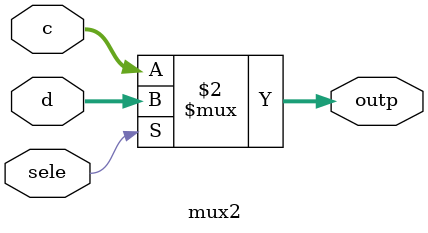
<source format=v>
module mux2(c,d,sele,outp);
  input [31:0]c,d;
  input sele;
  output reg [31:0]outp;
  assign outp=(sele==1)?d:c;
endmodule

</source>
